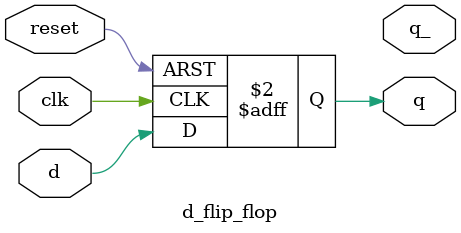
<source format=v>
module d_flip_flop (
    input wire d,      // Data input
    input wire clk,    // Clock input
    input wire reset,  // Reset input
    output reg q, q_       // Output
);

always @(posedge clk or posedge reset) begin
    if (reset) begin  // if reset is true
        q <= 1'b0;     // Reset the output to 0
    end else begin
        q <= d;        // On clock edge, set output to data input
    end
end

endmodule

</source>
